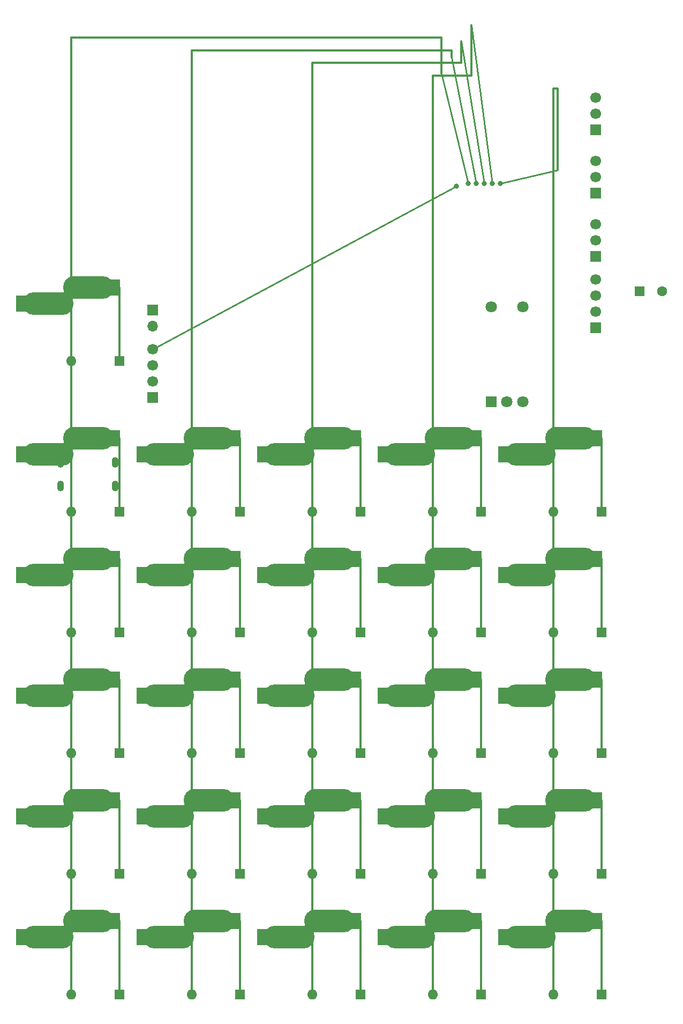
<source format=gbl>
%TF.GenerationSoftware,KiCad,Pcbnew,9.0.7*%
%TF.CreationDate,2026-02-28T06:01:15-05:00*%
%TF.ProjectId,Macropad,4d616372-6f70-4616-942e-6b696361645f,rev?*%
%TF.SameCoordinates,Original*%
%TF.FileFunction,Copper,L2,Bot*%
%TF.FilePolarity,Positive*%
%FSLAX46Y46*%
G04 Gerber Fmt 4.6, Leading zero omitted, Abs format (unit mm)*
G04 Created by KiCad (PCBNEW 9.0.7) date 2026-02-28 06:01:15*
%MOMM*%
%LPD*%
G01*
G04 APERTURE LIST*
%TA.AperFunction,SMDPad,CuDef*%
%ADD10R,2.550000X2.500000*%
%TD*%
%TA.AperFunction,ComponentPad*%
%ADD11O,8.000000X3.600000*%
%TD*%
%TA.AperFunction,ComponentPad*%
%ADD12R,1.600000X1.600000*%
%TD*%
%TA.AperFunction,ComponentPad*%
%ADD13O,1.600000X1.600000*%
%TD*%
%TA.AperFunction,ComponentPad*%
%ADD14R,1.700000X1.700000*%
%TD*%
%TA.AperFunction,ComponentPad*%
%ADD15C,1.700000*%
%TD*%
%TA.AperFunction,ComponentPad*%
%ADD16O,1.700000X1.700000*%
%TD*%
%TA.AperFunction,ComponentPad*%
%ADD17O,1.100000X1.700000*%
%TD*%
%TA.AperFunction,ComponentPad*%
%ADD18C,1.600000*%
%TD*%
%TA.AperFunction,ComponentPad*%
%ADD19R,1.800000X1.800000*%
%TD*%
%TA.AperFunction,ComponentPad*%
%ADD20C,1.800000*%
%TD*%
%TA.AperFunction,ViaPad*%
%ADD21C,0.800000*%
%TD*%
%TA.AperFunction,Conductor*%
%ADD22C,0.300000*%
%TD*%
%TA.AperFunction,Conductor*%
%ADD23C,0.250000*%
%TD*%
G04 APERTURE END LIST*
D10*
%TO.P,SW1,1*%
%TO.N,ROW0*%
X1965000Y-6985000D03*
%TO.P,SW1,2*%
%TO.N,K1*%
X15815000Y-4445000D03*
D11*
%TO.P,SW1,1*%
%TO.N,ROW0*%
X5715000Y-6985000D03*
%TO.P,SW1,2*%
%TO.N,K1*%
X12065000Y-4445000D03*
%TD*%
D12*
%TO.P,D1,1*%
%TO.N,K1*%
X17025000Y-16025000D03*
D13*
%TO.P,D1,2*%
%TO.N,COL0*%
X9405000Y-16025000D03*
%TD*%
D10*
%TO.P,SW2,1*%
%TO.N,ROW1*%
X1965000Y-30797000D03*
%TO.P,SW2,2*%
%TO.N,K2*%
X15815000Y-28257000D03*
D11*
%TO.P,SW2,1*%
%TO.N,ROW1*%
X5715000Y-30797000D03*
%TO.P,SW2,2*%
%TO.N,K2*%
X12065000Y-28257000D03*
%TD*%
D12*
%TO.P,D2,1*%
%TO.N,K2*%
X17025000Y-39837000D03*
D13*
%TO.P,D2,2*%
%TO.N,COL0*%
X9405000Y-39837000D03*
%TD*%
D10*
%TO.P,SW3,1*%
%TO.N,ROW1*%
X21015000Y-30797000D03*
%TO.P,SW3,2*%
%TO.N,K3*%
X34865000Y-28257000D03*
D11*
%TO.P,SW3,1*%
%TO.N,ROW1*%
X24765000Y-30797000D03*
%TO.P,SW3,2*%
%TO.N,K3*%
X31115000Y-28257000D03*
%TD*%
D12*
%TO.P,D3,1*%
%TO.N,K3*%
X36075000Y-39837000D03*
D13*
%TO.P,D3,2*%
%TO.N,COL1*%
X28455000Y-39837000D03*
%TD*%
D10*
%TO.P,SW4,1*%
%TO.N,ROW1*%
X40065000Y-30797000D03*
%TO.P,SW4,2*%
%TO.N,K4*%
X53915000Y-28257000D03*
D11*
%TO.P,SW4,1*%
%TO.N,ROW1*%
X43815000Y-30797000D03*
%TO.P,SW4,2*%
%TO.N,K4*%
X50165000Y-28257000D03*
%TD*%
D12*
%TO.P,D4,1*%
%TO.N,K4*%
X55125000Y-39837000D03*
D13*
%TO.P,D4,2*%
%TO.N,COL2*%
X47505000Y-39837000D03*
%TD*%
D10*
%TO.P,SW5,1*%
%TO.N,ROW1*%
X59115000Y-30797000D03*
%TO.P,SW5,2*%
%TO.N,K5*%
X72965000Y-28257000D03*
D11*
%TO.P,SW5,1*%
%TO.N,ROW1*%
X62865000Y-30797000D03*
%TO.P,SW5,2*%
%TO.N,K5*%
X69215000Y-28257000D03*
%TD*%
D12*
%TO.P,D5,1*%
%TO.N,K5*%
X74175000Y-39837000D03*
D13*
%TO.P,D5,2*%
%TO.N,COL3*%
X66555000Y-39837000D03*
%TD*%
D10*
%TO.P,SW6,1*%
%TO.N,ROW1*%
X78165000Y-30797000D03*
%TO.P,SW6,2*%
%TO.N,K6*%
X92015000Y-28257000D03*
D11*
%TO.P,SW6,1*%
%TO.N,ROW1*%
X81915000Y-30797000D03*
%TO.P,SW6,2*%
%TO.N,K6*%
X88265000Y-28257000D03*
%TD*%
D12*
%TO.P,D6,1*%
%TO.N,K6*%
X93225000Y-39837000D03*
D13*
%TO.P,D6,2*%
%TO.N,COL4*%
X85605000Y-39837000D03*
%TD*%
D10*
%TO.P,SW7,1*%
%TO.N,ROW2*%
X1965000Y-49848000D03*
%TO.P,SW7,2*%
%TO.N,K7*%
X15815000Y-47308000D03*
D11*
%TO.P,SW7,1*%
%TO.N,ROW2*%
X5715000Y-49848000D03*
%TO.P,SW7,2*%
%TO.N,K7*%
X12065000Y-47308000D03*
%TD*%
D12*
%TO.P,D7,1*%
%TO.N,K7*%
X17025000Y-58888000D03*
D13*
%TO.P,D7,2*%
%TO.N,COL0*%
X9405000Y-58888000D03*
%TD*%
D10*
%TO.P,SW8,1*%
%TO.N,ROW2*%
X21015000Y-49848000D03*
%TO.P,SW8,2*%
%TO.N,K8*%
X34865000Y-47308000D03*
D11*
%TO.P,SW8,1*%
%TO.N,ROW2*%
X24765000Y-49848000D03*
%TO.P,SW8,2*%
%TO.N,K8*%
X31115000Y-47308000D03*
%TD*%
D12*
%TO.P,D8,1*%
%TO.N,K8*%
X36075000Y-58888000D03*
D13*
%TO.P,D8,2*%
%TO.N,COL1*%
X28455000Y-58888000D03*
%TD*%
D10*
%TO.P,SW9,1*%
%TO.N,ROW2*%
X40065000Y-49848000D03*
%TO.P,SW9,2*%
%TO.N,K9*%
X53915000Y-47308000D03*
D11*
%TO.P,SW9,1*%
%TO.N,ROW2*%
X43815000Y-49848000D03*
%TO.P,SW9,2*%
%TO.N,K9*%
X50165000Y-47308000D03*
%TD*%
D12*
%TO.P,D9,1*%
%TO.N,K9*%
X55125000Y-58888000D03*
D13*
%TO.P,D9,2*%
%TO.N,COL2*%
X47505000Y-58888000D03*
%TD*%
D10*
%TO.P,SW10,1*%
%TO.N,ROW2*%
X59115000Y-49848000D03*
%TO.P,SW10,2*%
%TO.N,K10*%
X72965000Y-47308000D03*
D11*
%TO.P,SW10,1*%
%TO.N,ROW2*%
X62865000Y-49848000D03*
%TO.P,SW10,2*%
%TO.N,K10*%
X69215000Y-47308000D03*
%TD*%
D12*
%TO.P,D10,1*%
%TO.N,K10*%
X74175000Y-58888000D03*
D13*
%TO.P,D10,2*%
%TO.N,COL3*%
X66555000Y-58888000D03*
%TD*%
D10*
%TO.P,SW11,1*%
%TO.N,ROW2*%
X78165000Y-49848000D03*
%TO.P,SW11,2*%
%TO.N,K11*%
X92015000Y-47308000D03*
D11*
%TO.P,SW11,1*%
%TO.N,ROW2*%
X81915000Y-49848000D03*
%TO.P,SW11,2*%
%TO.N,K11*%
X88265000Y-47308000D03*
%TD*%
D12*
%TO.P,D11,1*%
%TO.N,K11*%
X93225000Y-58888000D03*
D13*
%TO.P,D11,2*%
%TO.N,COL4*%
X85605000Y-58888000D03*
%TD*%
D10*
%TO.P,SW12,1*%
%TO.N,ROW3*%
X1965000Y-68898000D03*
%TO.P,SW12,2*%
%TO.N,K12*%
X15815000Y-66358000D03*
D11*
%TO.P,SW12,1*%
%TO.N,ROW3*%
X5715000Y-68898000D03*
%TO.P,SW12,2*%
%TO.N,K12*%
X12065000Y-66358000D03*
%TD*%
D12*
%TO.P,D12,1*%
%TO.N,K12*%
X17025000Y-77938000D03*
D13*
%TO.P,D12,2*%
%TO.N,COL0*%
X9405000Y-77938000D03*
%TD*%
D10*
%TO.P,SW13,1*%
%TO.N,ROW3*%
X21015000Y-68898000D03*
%TO.P,SW13,2*%
%TO.N,K13*%
X34865000Y-66358000D03*
D11*
%TO.P,SW13,1*%
%TO.N,ROW3*%
X24765000Y-68898000D03*
%TO.P,SW13,2*%
%TO.N,K13*%
X31115000Y-66358000D03*
%TD*%
D12*
%TO.P,D13,1*%
%TO.N,K13*%
X36075000Y-77938000D03*
D13*
%TO.P,D13,2*%
%TO.N,COL1*%
X28455000Y-77938000D03*
%TD*%
D10*
%TO.P,SW14,1*%
%TO.N,ROW3*%
X40065000Y-68898000D03*
%TO.P,SW14,2*%
%TO.N,K14*%
X53915000Y-66358000D03*
D11*
%TO.P,SW14,1*%
%TO.N,ROW3*%
X43815000Y-68898000D03*
%TO.P,SW14,2*%
%TO.N,K14*%
X50165000Y-66358000D03*
%TD*%
D12*
%TO.P,D14,1*%
%TO.N,K14*%
X55125000Y-77938000D03*
D13*
%TO.P,D14,2*%
%TO.N,COL2*%
X47505000Y-77938000D03*
%TD*%
D10*
%TO.P,SW15,1*%
%TO.N,ROW3*%
X59115000Y-68898000D03*
%TO.P,SW15,2*%
%TO.N,K15*%
X72965000Y-66358000D03*
D11*
%TO.P,SW15,1*%
%TO.N,ROW3*%
X62865000Y-68898000D03*
%TO.P,SW15,2*%
%TO.N,K15*%
X69215000Y-66358000D03*
%TD*%
D12*
%TO.P,D15,1*%
%TO.N,K15*%
X74175000Y-77938000D03*
D13*
%TO.P,D15,2*%
%TO.N,COL3*%
X66555000Y-77938000D03*
%TD*%
D10*
%TO.P,SW16,1*%
%TO.N,ROW3*%
X78165000Y-68898000D03*
%TO.P,SW16,2*%
%TO.N,K16*%
X92015000Y-66358000D03*
D11*
%TO.P,SW16,1*%
%TO.N,ROW3*%
X81915000Y-68898000D03*
%TO.P,SW16,2*%
%TO.N,K16*%
X88265000Y-66358000D03*
%TD*%
D12*
%TO.P,D16,1*%
%TO.N,K16*%
X93225000Y-77938000D03*
D13*
%TO.P,D16,2*%
%TO.N,COL4*%
X85605000Y-77938000D03*
%TD*%
D10*
%TO.P,SW17,1*%
%TO.N,ROW4*%
X1965000Y-87947000D03*
%TO.P,SW17,2*%
%TO.N,K17*%
X15815000Y-85407000D03*
D11*
%TO.P,SW17,1*%
%TO.N,ROW4*%
X5715000Y-87947000D03*
%TO.P,SW17,2*%
%TO.N,K17*%
X12065000Y-85407000D03*
%TD*%
D12*
%TO.P,D17,1*%
%TO.N,K17*%
X17025000Y-96987000D03*
D13*
%TO.P,D17,2*%
%TO.N,COL0*%
X9405000Y-96987000D03*
%TD*%
D10*
%TO.P,SW18,1*%
%TO.N,ROW4*%
X21015000Y-87947000D03*
%TO.P,SW18,2*%
%TO.N,K18*%
X34865000Y-85407000D03*
D11*
%TO.P,SW18,1*%
%TO.N,ROW4*%
X24765000Y-87947000D03*
%TO.P,SW18,2*%
%TO.N,K18*%
X31115000Y-85407000D03*
%TD*%
D12*
%TO.P,D18,1*%
%TO.N,K18*%
X36075000Y-96987000D03*
D13*
%TO.P,D18,2*%
%TO.N,COL1*%
X28455000Y-96987000D03*
%TD*%
D10*
%TO.P,SW19,1*%
%TO.N,ROW4*%
X40065000Y-87947000D03*
%TO.P,SW19,2*%
%TO.N,K19*%
X53915000Y-85407000D03*
D11*
%TO.P,SW19,1*%
%TO.N,ROW4*%
X43815000Y-87947000D03*
%TO.P,SW19,2*%
%TO.N,K19*%
X50165000Y-85407000D03*
%TD*%
D12*
%TO.P,D19,1*%
%TO.N,K19*%
X55125000Y-96987000D03*
D13*
%TO.P,D19,2*%
%TO.N,COL2*%
X47505000Y-96987000D03*
%TD*%
D10*
%TO.P,SW20,1*%
%TO.N,ROW4*%
X59115000Y-87947000D03*
%TO.P,SW20,2*%
%TO.N,K20*%
X72965000Y-85407000D03*
D11*
%TO.P,SW20,1*%
%TO.N,ROW4*%
X62865000Y-87947000D03*
%TO.P,SW20,2*%
%TO.N,K20*%
X69215000Y-85407000D03*
%TD*%
D12*
%TO.P,D20,1*%
%TO.N,K20*%
X74175000Y-96987000D03*
D13*
%TO.P,D20,2*%
%TO.N,COL3*%
X66555000Y-96987000D03*
%TD*%
D10*
%TO.P,SW21,1*%
%TO.N,ROW4*%
X78165000Y-87947000D03*
%TO.P,SW21,2*%
%TO.N,K21*%
X92015000Y-85407000D03*
D11*
%TO.P,SW21,1*%
%TO.N,ROW4*%
X81915000Y-87947000D03*
%TO.P,SW21,2*%
%TO.N,K21*%
X88265000Y-85407000D03*
%TD*%
D12*
%TO.P,D21,1*%
%TO.N,K21*%
X93225000Y-96987000D03*
D13*
%TO.P,D21,2*%
%TO.N,COL4*%
X85605000Y-96987000D03*
%TD*%
D10*
%TO.P,SW22,1*%
%TO.N,ROW5*%
X1965000Y-106998000D03*
%TO.P,SW22,2*%
%TO.N,K22*%
X15815000Y-104458000D03*
D11*
%TO.P,SW22,1*%
%TO.N,ROW5*%
X5715000Y-106998000D03*
%TO.P,SW22,2*%
%TO.N,K22*%
X12065000Y-104458000D03*
%TD*%
D12*
%TO.P,D22,1*%
%TO.N,K22*%
X17025000Y-116038000D03*
D13*
%TO.P,D22,2*%
%TO.N,COL0*%
X9405000Y-116038000D03*
%TD*%
D10*
%TO.P,SW23,1*%
%TO.N,ROW5*%
X21015000Y-106998000D03*
%TO.P,SW23,2*%
%TO.N,K23*%
X34865000Y-104458000D03*
D11*
%TO.P,SW23,1*%
%TO.N,ROW5*%
X24765000Y-106998000D03*
%TO.P,SW23,2*%
%TO.N,K23*%
X31115000Y-104458000D03*
%TD*%
D12*
%TO.P,D23,1*%
%TO.N,K23*%
X36075000Y-116038000D03*
D13*
%TO.P,D23,2*%
%TO.N,COL1*%
X28455000Y-116038000D03*
%TD*%
D10*
%TO.P,SW24,1*%
%TO.N,ROW5*%
X40065000Y-106998000D03*
%TO.P,SW24,2*%
%TO.N,K24*%
X53915000Y-104458000D03*
D11*
%TO.P,SW24,1*%
%TO.N,ROW5*%
X43815000Y-106998000D03*
%TO.P,SW24,2*%
%TO.N,K24*%
X50165000Y-104458000D03*
%TD*%
D12*
%TO.P,D24,1*%
%TO.N,K24*%
X55125000Y-116038000D03*
D13*
%TO.P,D24,2*%
%TO.N,COL2*%
X47505000Y-116038000D03*
%TD*%
D10*
%TO.P,SW25,1*%
%TO.N,ROW5*%
X59115000Y-106998000D03*
%TO.P,SW25,2*%
%TO.N,K25*%
X72965000Y-104458000D03*
D11*
%TO.P,SW25,1*%
%TO.N,ROW5*%
X62865000Y-106998000D03*
%TO.P,SW25,2*%
%TO.N,K25*%
X69215000Y-104458000D03*
%TD*%
D12*
%TO.P,D25,1*%
%TO.N,K25*%
X74175000Y-116038000D03*
D13*
%TO.P,D25,2*%
%TO.N,COL3*%
X66555000Y-116038000D03*
%TD*%
D10*
%TO.P,SW26,1*%
%TO.N,ROW5*%
X78165000Y-106998000D03*
%TO.P,SW26,2*%
%TO.N,K26*%
X92015000Y-104458000D03*
D11*
%TO.P,SW26,1*%
%TO.N,ROW5*%
X81915000Y-106998000D03*
%TO.P,SW26,2*%
%TO.N,K26*%
X88265000Y-104458000D03*
%TD*%
D12*
%TO.P,D26,1*%
%TO.N,K26*%
X93225000Y-116038000D03*
D13*
%TO.P,D26,2*%
%TO.N,COL4*%
X85605000Y-116038000D03*
%TD*%
D14*
%TO.P,J201,1*%
%TO.N,3V3*%
X92250000Y20460000D03*
D15*
%TO.P,J201,2*%
%TO.N,GND*%
X92250000Y23000000D03*
%TO.P,J201,3*%
%TO.N,IR_RX*%
X92250000Y25540000D03*
%TD*%
D14*
%TO.P,J202,1*%
%TO.N,5V*%
X92250000Y10460000D03*
D15*
%TO.P,J202,2*%
%TO.N,GND*%
X92250000Y13000000D03*
%TO.P,J202,3*%
%TO.N,IR_TX*%
X92250000Y15540000D03*
%TD*%
D14*
%TO.P,J301,1*%
%TO.N,5V*%
X92250000Y460000D03*
D15*
%TO.P,J301,2*%
%TO.N,LED_DIN*%
X92250000Y3000000D03*
%TO.P,J301,3*%
%TO.N,GND*%
X92250000Y5540000D03*
%TD*%
D14*
%TO.P,J302,1*%
%TO.N,3V3*%
X92250000Y-10810000D03*
D15*
%TO.P,J302,2*%
%TO.N,GND*%
X92250000Y-8270000D03*
%TO.P,J302,3*%
%TO.N,LCD_SDA*%
X92250000Y-5730000D03*
%TO.P,J302,4*%
%TO.N,LCD_SCL*%
X92250000Y-3190000D03*
%TD*%
D14*
%TO.P,J400,1*%
%TO.N,BAT+*%
X22250000Y-8000000D03*
D16*
%TO.P,J400,2*%
%TO.N,GND*%
X22250000Y-10540000D03*
%TD*%
D14*
%TO.P,J401,1*%
%TO.N,BAT+*%
X22250000Y-21810000D03*
D15*
%TO.P,J401,2*%
%TO.N,GND*%
X22250000Y-19270000D03*
%TO.P,J401,3*%
%TO.N,5V*%
X22250000Y-16730000D03*
%TO.P,J401,4*%
%TO.N,3V3*%
X22250000Y-14190000D03*
%TD*%
D17*
%TO.P,J402,S1*%
%TO.N,GND*%
X7680000Y-32000000D03*
X7680000Y-35800000D03*
X16320000Y-32000000D03*
X16320000Y-35800000D03*
%TD*%
D12*
%TO.P,C401,1*%
%TO.N,5V*%
X99250000Y-5000000D03*
D18*
%TO.P,C401,2*%
%TO.N,GND*%
X102750000Y-5000000D03*
%TD*%
D19*
%TO.P,SW401,A*%
%TO.N,ENC_A*%
X75750000Y-22500000D03*
D20*
%TO.P,SW401,B*%
%TO.N,ENC_B*%
X80750000Y-22500000D03*
%TO.P,SW401,C*%
%TO.N,GND*%
X78250000Y-22500000D03*
%TO.P,SW401,S1*%
%TO.N,ENC_SW*%
X75750000Y-7500000D03*
%TO.P,SW401,S2*%
%TO.N,GND*%
X80750000Y-7500000D03*
%TD*%
D21*
%TO.N,COL0*%
X72075000Y12000000D03*
%TO.N,COL1*%
X73345000Y12000000D03*
%TO.N,COL2*%
X74615000Y12000000D03*
%TO.N,COL3*%
X75885000Y12000000D03*
%TO.N,COL4*%
X77155000Y12000000D03*
%TO.N,3V3*%
X70250000Y11570000D03*
%TD*%
D22*
%TO.N,K1*%
X12065000Y-4445000D02*
X17025000Y-4445000D01*
X17025000Y-4445000D02*
X17025000Y-16025000D01*
%TO.N,K2*%
X12065000Y-28258000D02*
X17025000Y-28258000D01*
X17025000Y-28258000D02*
X17025000Y-39837000D01*
%TO.N,K3*%
X31115000Y-28258000D02*
X36075000Y-28258000D01*
X36075000Y-28258000D02*
X36075000Y-39837000D01*
%TO.N,K4*%
X50165000Y-28258000D02*
X55125000Y-28258000D01*
X55125000Y-28258000D02*
X55125000Y-39837000D01*
%TO.N,K5*%
X69215000Y-28258000D02*
X74175000Y-28258000D01*
X74175000Y-28258000D02*
X74175000Y-39837000D01*
%TO.N,K6*%
X88265000Y-28258000D02*
X93225000Y-28258000D01*
X93225000Y-28258000D02*
X93225000Y-39837000D01*
%TO.N,K7*%
X12065000Y-47308000D02*
X17025000Y-47308000D01*
X17025000Y-47308000D02*
X17025000Y-58888000D01*
%TO.N,K8*%
X31115000Y-47308000D02*
X36075000Y-47308000D01*
X36075000Y-47308000D02*
X36075000Y-58888000D01*
%TO.N,K9*%
X50165000Y-47308000D02*
X55125000Y-47308000D01*
X55125000Y-47308000D02*
X55125000Y-58888000D01*
%TO.N,K10*%
X69215000Y-47308000D02*
X74175000Y-47308000D01*
X74175000Y-47308000D02*
X74175000Y-58888000D01*
%TO.N,K11*%
X88265000Y-47308000D02*
X93225000Y-47308000D01*
X93225000Y-47308000D02*
X93225000Y-58888000D01*
%TO.N,K12*%
X12065000Y-66358000D02*
X17025000Y-66358000D01*
X17025000Y-66358000D02*
X17025000Y-77938000D01*
%TO.N,K13*%
X31115000Y-66358000D02*
X36075000Y-66358000D01*
X36075000Y-66358000D02*
X36075000Y-77938000D01*
%TO.N,K14*%
X50165000Y-66358000D02*
X55125000Y-66358000D01*
X55125000Y-66358000D02*
X55125000Y-77938000D01*
%TO.N,K15*%
X69215000Y-66358000D02*
X74175000Y-66358000D01*
X74175000Y-66358000D02*
X74175000Y-77938000D01*
%TO.N,K16*%
X88265000Y-66358000D02*
X93225000Y-66358000D01*
X93225000Y-66358000D02*
X93225000Y-77938000D01*
%TO.N,K17*%
X12065000Y-85407000D02*
X17025000Y-85407000D01*
X17025000Y-85407000D02*
X17025000Y-96987000D01*
%TO.N,K18*%
X31115000Y-85407000D02*
X36075000Y-85407000D01*
X36075000Y-85407000D02*
X36075000Y-96987000D01*
%TO.N,K19*%
X50165000Y-85407000D02*
X55125000Y-85407000D01*
X55125000Y-85407000D02*
X55125000Y-96987000D01*
%TO.N,K20*%
X69215000Y-85407000D02*
X74175000Y-85407000D01*
X74175000Y-85407000D02*
X74175000Y-96987000D01*
%TO.N,K21*%
X88265000Y-85407000D02*
X93225000Y-85407000D01*
X93225000Y-85407000D02*
X93225000Y-96987000D01*
%TO.N,K22*%
X12065000Y-104458000D02*
X17025000Y-104458000D01*
X17025000Y-104458000D02*
X17025000Y-116038000D01*
%TO.N,K23*%
X31115000Y-104458000D02*
X36075000Y-104458000D01*
X36075000Y-104458000D02*
X36075000Y-116038000D01*
%TO.N,K24*%
X50165000Y-104458000D02*
X55125000Y-104458000D01*
X55125000Y-104458000D02*
X55125000Y-116038000D01*
%TO.N,K25*%
X69215000Y-104458000D02*
X74175000Y-104458000D01*
X74175000Y-104458000D02*
X74175000Y-116038000D01*
%TO.N,K26*%
X88265000Y-104458000D02*
X93225000Y-104458000D01*
X93225000Y-104458000D02*
X93225000Y-116038000D01*
%TO.N,COL0*%
X9405000Y-16025000D02*
X9405000Y-39837000D01*
X9405000Y-39837000D02*
X9405000Y-58888000D01*
X9405000Y-58888000D02*
X9405000Y-77938000D01*
X9405000Y-77938000D02*
X9405000Y-96987000D01*
X9405000Y-96987000D02*
X9405000Y-116038000D01*
X9405000Y-16025000D02*
X9405000Y35000000D01*
X9405000Y35000000D02*
X67850000Y35000000D01*
X67850000Y35000000D02*
X67850000Y29350000D01*
%TO.N,COL1*%
X28455000Y-39837000D02*
X28455000Y-58888000D01*
X28455000Y-58888000D02*
X28455000Y-77938000D01*
X28455000Y-77938000D02*
X28455000Y-96987000D01*
X28455000Y-96987000D02*
X28455000Y-116038000D01*
X28455000Y-39837000D02*
X28455000Y33000000D01*
X28455000Y33000000D02*
X69450000Y33000000D01*
X69450000Y33000000D02*
X69450000Y31890000D01*
%TO.N,COL2*%
X47505000Y-39837000D02*
X47505000Y-58888000D01*
X47505000Y-58888000D02*
X47505000Y-77938000D01*
X47505000Y-77938000D02*
X47505000Y-96987000D01*
X47505000Y-96987000D02*
X47505000Y-116038000D01*
X47505000Y-39837000D02*
X47505000Y31000000D01*
X47505000Y31000000D02*
X71050000Y31000000D01*
X71050000Y31000000D02*
X71050000Y34430000D01*
%TO.N,COL3*%
X66555000Y-39837000D02*
X66555000Y-58888000D01*
X66555000Y-58888000D02*
X66555000Y-77938000D01*
X66555000Y-77938000D02*
X66555000Y-96987000D01*
X66555000Y-96987000D02*
X66555000Y-116038000D01*
X66555000Y-39837000D02*
X66555000Y29000000D01*
X66555000Y29000000D02*
X72650000Y29000000D01*
X72650000Y29000000D02*
X72650000Y36970000D01*
%TO.N,COL4*%
X85605000Y-39837000D02*
X85605000Y-58888000D01*
X85605000Y-58888000D02*
X85605000Y-77938000D01*
X85605000Y-77938000D02*
X85605000Y-96987000D01*
X85605000Y-96987000D02*
X85605000Y-116038000D01*
X85605000Y-39837000D02*
X85605000Y27000000D01*
X85605000Y27000000D02*
X86250000Y27000000D01*
X86250000Y27000000D02*
X86250000Y14110000D01*
D23*
%TO.N,COL0*%
X72075000Y12000000D02*
X67850000Y29350000D01*
%TO.N,COL1*%
X73345000Y12000000D02*
X69450000Y31890000D01*
%TO.N,COL2*%
X74615000Y12000000D02*
X71050000Y34430000D01*
%TO.N,COL3*%
X75885000Y12000000D02*
X72650000Y36970000D01*
%TO.N,COL4*%
X77155000Y12000000D02*
X86250000Y14110000D01*
%TO.N,3V3*%
X22250000Y-14190000D02*
X70250000Y11570000D01*
%TD*%
M02*

</source>
